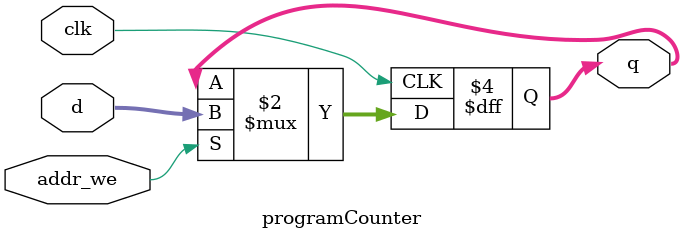
<source format=v>


module  programCounter(
	input clk,
	input [31:0] d,
	input addr_we,
	output reg [31:0] q
);//This module is the address of the nnext instruction to be used in the program
//Essentially a 4 byte long address. 
	always @(posedge clk) begin   //update on every clock edge
		if (addr_we)
			q<=d;
	end



endmodule


</source>
